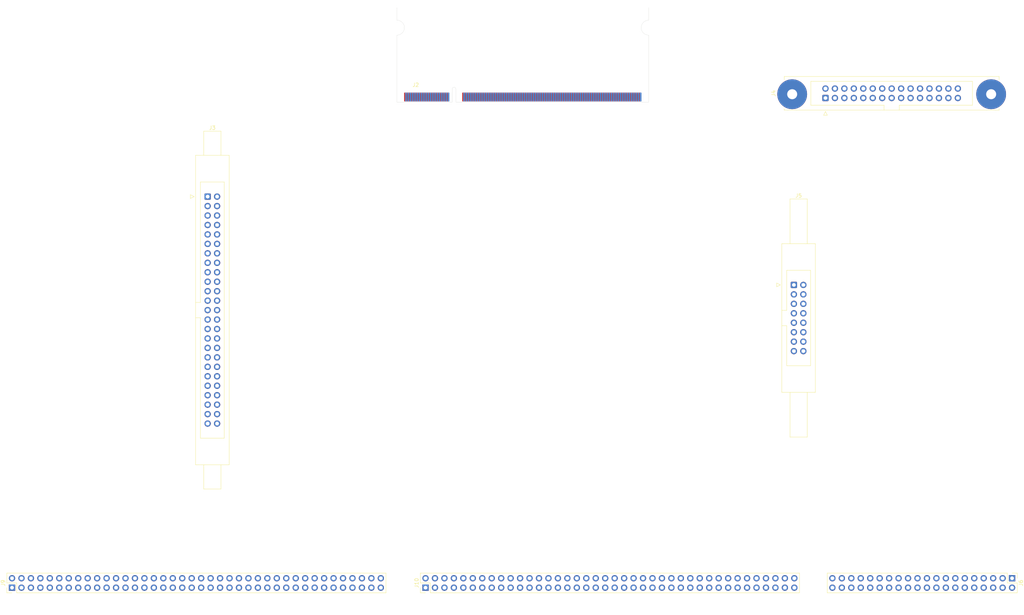
<source format=kicad_pcb>
(kicad_pcb (version 20241229) (generator "pcbnew") (generator_version "9.0")
  (title_block (title "UCE Board") (date "2026-01-01") (rev "0.5") (company "Rapport Tecnologia") (comment 1 "Carlos Delfino Carvalho Pinheiro") (comment 2 "consultoria@carlosdelfino.eti.br"))
  (layers (0 "F.Cu" signal) (2 "B.Cu" signal) (13 "F.Paste" user) (15 "B.Paste" user) (5 "F.SilkS" user "F.Silkscreen") (7 "B.SilkS" user "B.Silkscreen") (1 "F.Mask" user) (3 "B.Mask" user) (25 "Edge.Cuts" user))
  (net 0 "")
  (net 1 "VCC_1V8")
  (net 2 "GND")
  (net 3 "I2S_BCLK")
  (net 4 "MDIO")
  (net 5 "DBG_SWCLK")
  (net 6 "GPIO0")
  (net 7 "MOD_TYPE0")
  (net 8 "SDIO_D3")
  (net 9 "RESERVED")
  (net 10 "NET_CTL2_ODD")
  (net 11 "SDIO_D2")
  (net 12 "VIO_BANK1")
  (net 13 "I2S_LRCLK")
  (net 14 "I2S_DOUT")
  (net 15 "RMII_TXD1")
  (net 16 "GPIO6")
  (net 17 "NET_CTL0_ODD")
  (net 18 "VCC_3V3")
  (net 19 "DBG_UART_RX")
  (net 20 "PWR_GOOD")
  (net 21 "NET_CTL1_ODD")
  (net 22 "PWM2")
  (net 23 "AIN2")
  (net 24 "SPI0_CS2")
  (net 25 "UART0_RI")
  (net 26 "PWM6")
  (net 27 "NET_D0_EVEN")
  (net 28 "RMII_RXD0")
  (net 29 "UART0_DCD")
  (net 30 "AIN6")
  (net 31 "DBG_TMS")
  (net 32 "VIO_BANK3")
  (net 33 "SPI0_MISO")
  (net 34 "SDIO_CLK")
  (net 35 "GPIO10")
  (net 36 "PWM1")
  (net 37 "PWM0")
  (net 38 "SPI1_SCK")
  (net 39 "NET_CTL0_EVEN")
  (net 40 "DBG_VREF")
  (net 41 "NET_RST_N")
  (net 42 "GPIO1")
  (net 43 "VREF_IO")
  (net 44 "AIN1")
  (net 45 "AIN0")
  (net 46 "UART3_TX")
  (net 47 "SPI1_MISO")
  (net 48 "DBG_TCK")
  (net 49 "VIO_BANK0")
  (net 50 "SPI0_MOSI")
  (net 51 "DBG_TDI")
  (net 52 "PWM3")
  (net 53 "VCC_5V")
  (net 54 "NET_INT_N")
  (net 55 "GPIO13")
  (net 56 "GPIO12")
  (net 57 "DBG_UART_TX")
  (net 58 "UART0_CTS")
  (net 59 "DBG_SWDIO")
  (net 60 "SDIO_CMD")
  (net 61 "SPI1_CS1")
  (net 62 "UART0_RTS")
  (net 63 "UART3_RX")
  (net 64 "SPI0_CS1")
  (net 65 "SPI1_CS2")
  (net 66 "PWM5")
  (net 67 "I2S_DIN")
  (net 68 "AIN7")
  (net 69 "PWM4")
  (net 70 "GPIO7")
  (net 71 "UART0_DSR")
  (net 72 "GPIO11")
  (net 73 "GPIO8")
  (net 74 "NET_CMD_EVEN")
  (net 75 "GPIO4")
  (net 76 "DBG_TDO")
  (net 77 "GPIO9")
  (net 78 "DBG_RESET_N")
  (net 79 "GPIO3")
  (net 80 "PWM7")
  (net 81 "SPI1_CS0")
  (net 82 "MOD_TYPE2")
  (net 83 "VIO_BANK2")
  (net 84 "SPI1_MOSI")
  (net 85 "NET_SPI_SCK")
  (net 86 "IR_TX_OUT")
  (net 87 "SPI0_SCK")
  (net 88 "AIN3")
  (net 89 "NET_CLK_ODD")
  (net 90 "SPI0_CS0")
  (net 91 "GPIO15")
  (net 92 "SDIO_D1")
  (net 93 "AOUT1")
  (net 94 "MOD_PRESENT_N")
  (net 95 "AIN5")
  (net 96 "MOD_TYPE1")
  (net 97 "CLOCK_0")
  (net 98 "IR_RX_IN")
  (net 99 "GPIO14")
  (net 100 "GPIO5")
  (net 101 "AIN4")
  (net 102 "I2S_MCLK")
  (net 103 "AOUT0")
  (net 104 "GPIO2")
  (net 105 "RMII_RXD1")
  (net 106 "RMII_TXD0")
  (net 107 "NET_D0_ODD")
  (net 108 "NET_D1_ODD")
  (net 109 "NET_D2_ODD")
  (net 110 "NET_SPI_RST_N")
  (net 111 "NET_CLK_EVEN")
  (net 112 "NET_D3_ODD")
  (net 113 "NET_CTL1_EVEN")
  (net 114 "UART0_RX")
  (net 115 "WIFI_RST_N")
  (net 116 "WIFI_EN")
  (net 117 "WIFI_INT_N")
  (net 118 "UART0_TX")
  (net 119 "UART1_RX")
  (net 120 "MCU_EN")
  (net 121 "UART2_TX")
  (net 122 "I2C1_SDA")
  (net 123 "UART1_TX")
  (net 124 "MCU_BOOT1")
  (net 125 "I2C0_SDA")
  (net 126 "I2C0_SCL")
  (net 127 "UART2_RX")
  (net 128 "I2C1_SCL")
  (net 129 "MCU_RST_N")
  (net 130 "I2C2_SDA")
  (net 131 "MCU_BOOT0")
  (net 132 "I2C2_SCL")
  (net 133 "VCC_IN")
  (footprint "Connector_PinHeader_2.54mm:PinHeader_2x40_P2.54mm_Vertical" (layer "F.Cu") (at 172.52 216.08 90)
    (property "Reference" "J10")
    (property "Value" "Conn_02x40_Odd_Even")
  )
  (footprint "Connector_IDC:IDC-Header_2x25_P2.54mm_Latch6.5mm_Vertical" (layer "F.Cu") (at 114 111.04)
    (property "Reference" "J3")
    (property "Value" "Conn_02x12_Odd_Even")
  )
  (footprint "Connector_IDC:IDC-Header_2x15-1MP_P2.54mm_Latch_Vertical" (layer "F.Cu") (at 279.94 84.56 90)
    (property "Reference" "J4")
    (property "Value" "Conn_02x15_Odd_Even")
  )
  (footprint "Connector_PCBEdge:SODIMM-200_2.5V_Card_edge" (layer "F.Cu") (at 167 84.29)
    (property "Reference" "J2")
    (property "Value" "SODIMM-200")
    (fp_line (start -2.15 -20.625) (end -2.15 -24.025) (stroke (width 0.05)) (layer "Edge.Cuts"))
    (fp_line (start -2.15 1.375) (end -2.15 -16.625) (stroke (width 0.05)) (layer "Edge.Cuts"))
    (fp_line (start 12.7 1.375) (end -2.15 1.375) (stroke (width 0.05)) (layer "Edge.Cuts"))
    (fp_line (start 12.7 1.375) (end 12.7 -2.125) (stroke (width 0.05)) (layer "Edge.Cuts"))
    (fp_line (start 13.7 -2.125) (end 13.7 1.375) (stroke (width 0.05)) (layer "Edge.Cuts"))
    (fp_line (start 13.7 1.375) (end 65.45 1.375) (stroke (width 0.05)) (layer "Edge.Cuts"))
    (fp_line (start 65.45 -20.625) (end 65.45 -24.025) (stroke (width 0.05)) (layer "Edge.Cuts"))
    (fp_line (start 65.45 1.375) (end 65.45 -16.625) (stroke (width 0.05)) (layer "Edge.Cuts"))
    (fp_arc (start -2.15 -20.625) (mid -0.15 -18.625) (end -2.15 -16.625) (stroke (width 0.05)) (layer "Edge.Cuts"))
    (fp_arc (start 12.7 -2.125) (mid 13.2 -2.625) (end 13.7 -2.125) (stroke (width 0.05)) (layer "Edge.Cuts"))
    (fp_arc (start 65.45 -16.625) (mid 63.45 -18.625) (end 65.45 -20.625) (stroke (width 0.05)) (layer "Edge.Cuts"))
  )
  (footprint "Connector_IDC:IDC-Header_2x08_P2.54mm_Latch12.0mm_Vertical" (layer "F.Cu") (at 271.46 134.76)
    (property "Reference" "J5")
    (property "Value" "Conn_02x08_Odd_Even")
  )
  (footprint "Connector_PinHeader_2.54mm:PinHeader_2x40_P2.54mm_Vertical" (layer "F.Cu") (at 61.46 216.08 90)
    (property "Reference" "J9")
    (property "Value" "Conn_02x40_Odd_Even")
  )
  (footprint "Connector_PinHeader_2.54mm:PinHeader_2x20_P2.54mm_Vertical" (layer "F.Cu") (at 330.06 213.54 -90)
    (property "Reference" "J6")
    (property "Value" "Conn_02x20_Odd_Even")
  )
)
</source>
